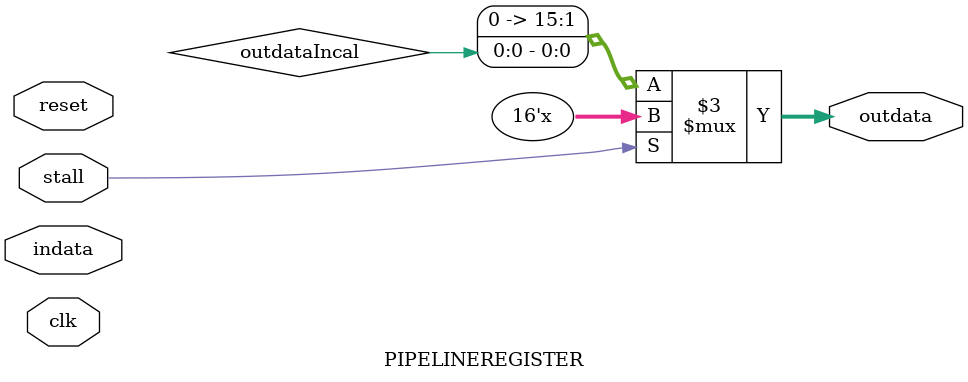
<source format=sv>
module PIPELINEREGISTER(indata, outdata, clk, reset, stall);
    parameter WIDTH = 16;
    input [WIDTH-1:0] indata;
    output [WIDTH-1:0] outdata;
    input clk, reset, stall;

    reg [WIDTH-1:0] outdataInCal;

    assign outdata = ~stall ? outdataIncal : {WIDTH{1'bz}};

    always_ff @(posedge clk) begin
        if (reset) begin
            outdataInCal <= 16'b0;
        end else begin
            outdataInCal <= indata;
        end
    end
    
endmodule : PIPELINEREGISTER
</source>
